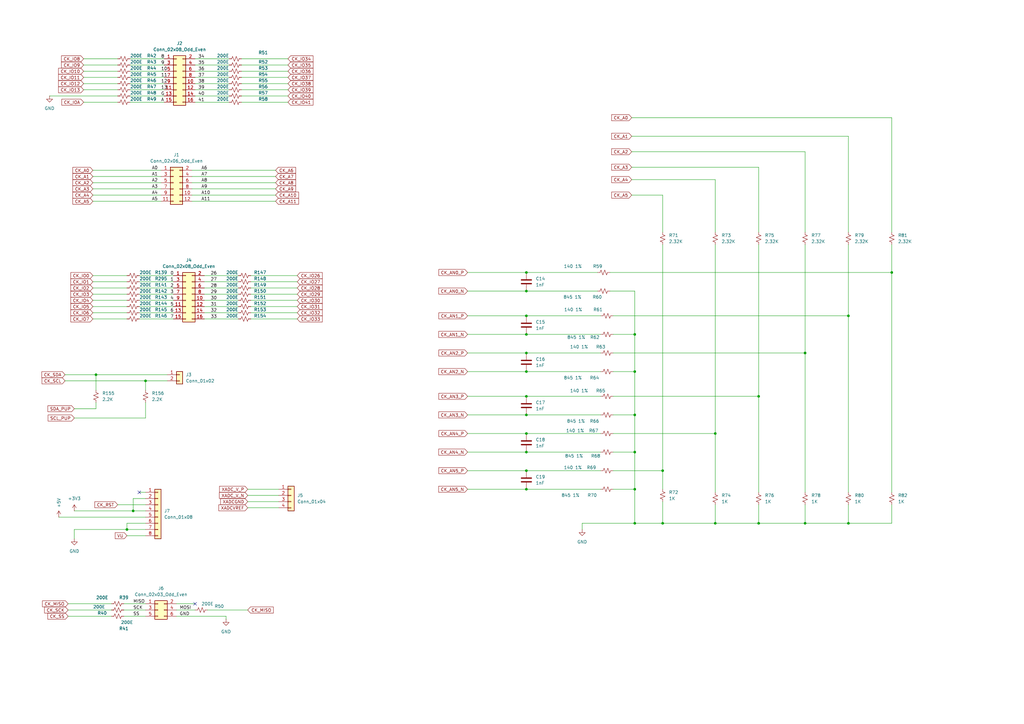
<source format=kicad_sch>
(kicad_sch (version 20250114) (generator "eeschema") (generator_version "9.0")
  (paper "A3")
  (lib_symbols
    (symbol "Connector_Generic:Conn_01x02" (pin_names (offset 1.016) (hide yes))
      (property "Reference" "J" (at 0 2.54 0))
      (property "Value" "Conn_01x02" (at 0 -5.08 0))
      (symbol "Conn_01x02_1_1"
        (pin passive line (at -5.08 0 0) (length 3.81) (name "Pin_1") (number "1"))
        (pin passive line (at -5.08 -2.54 0) (length 3.81) (name "Pin_2") (number "2"))
      )
    )
    (symbol "Connector_Generic:Conn_01x04" (pin_names (offset 1.016) (hide yes))
      (property "Reference" "J" (at 0 5.08 0))
      (property "Value" "Conn_01x04" (at 0 -7.62 0))
      (symbol "Conn_01x04_1_1"
        (pin passive line (at -5.08 2.54 0) (length 3.81) (name "Pin_1") (number "1"))
        (pin passive line (at -5.08 0 0) (length 3.81) (name "Pin_2") (number "2"))
        (pin passive line (at -5.08 -2.54 0) (length 3.81) (name "Pin_3") (number "3"))
        (pin passive line (at -5.08 -5.08 0) (length 3.81) (name "Pin_4") (number "4"))
      )
    )
    (symbol "Connector_Generic:Conn_01x08" (pin_names (offset 1.016) (hide yes))
      (property "Reference" "J" (at 0 10.16 0))
      (property "Value" "Conn_01x08" (at 0 -12.7 0))
      (symbol "Conn_01x08_1_1"
        (pin passive line (at -5.08 7.62 0) (length 3.81) (name "Pin_1") (number "1"))
        (pin passive line (at -5.08 5.08 0) (length 3.81) (name "Pin_2") (number "2"))
        (pin passive line (at -5.08 2.54 0) (length 3.81) (name "Pin_3") (number "3"))
        (pin passive line (at -5.08 0 0) (length 3.81) (name "Pin_4") (number "4"))
        (pin passive line (at -5.08 -2.54 0) (length 3.81) (name "Pin_5") (number "5"))
        (pin passive line (at -5.08 -5.08 0) (length 3.81) (name "Pin_6") (number "6"))
        (pin passive line (at -5.08 -7.62 0) (length 3.81) (name "Pin_7") (number "7"))
        (pin passive line (at -5.08 -10.16 0) (length 3.81) (name "Pin_8") (number "8"))
      )
    )
    (symbol "Connector_Generic:Conn_02x03_Odd_Even" (pin_names (offset 1.016) (hide yes))
      (property "Reference" "J" (at 1.27 5.08 0))
      (property "Value" "Conn_02x03_Odd_Even" (at 1.27 -5.08 0))
      (symbol "Conn_02x03_Odd_Even_1_1"
        (pin passive line (at -5.08 2.54 0) (length 3.81) (name "Pin_1") (number "1"))
        (pin passive line (at -5.08 0 0) (length 3.81) (name "Pin_3") (number "3"))
        (pin passive line (at -5.08 -2.54 0) (length 3.81) (name "Pin_5") (number "5"))
        (pin passive line (at 7.62 2.54 180) (length 3.81) (name "Pin_2") (number "2"))
        (pin passive line (at 7.62 0 180) (length 3.81) (name "Pin_4") (number "4"))
        (pin passive line (at 7.62 -2.54 180) (length 3.81) (name "Pin_6") (number "6"))
      )
    )
    (symbol "Connector_Generic:Conn_02x06_Odd_Even" (pin_names (offset 1.016) (hide yes))
      (property "Reference" "J" (at 1.27 7.62 0))
      (property "Value" "Conn_02x06_Odd_Even" (at 1.27 -10.16 0))
      (symbol "Conn_02x06_Odd_Even_1_1"
        (pin passive line (at -5.08 5.08 0) (length 3.81) (name "Pin_1") (number "1"))
        (pin passive line (at -5.08 2.54 0) (length 3.81) (name "Pin_3") (number "3"))
        (pin passive line (at -5.08 0 0) (length 3.81) (name "Pin_5") (number "5"))
        (pin passive line (at -5.08 -2.54 0) (length 3.81) (name "Pin_7") (number "7"))
        (pin passive line (at -5.08 -5.08 0) (length 3.81) (name "Pin_9") (number "9"))
        (pin passive line (at -5.08 -7.62 0) (length 3.81) (name "Pin_11") (number "11"))
        (pin passive line (at 7.62 5.08 180) (length 3.81) (name "Pin_2") (number "2"))
        (pin passive line (at 7.62 2.54 180) (length 3.81) (name "Pin_4") (number "4"))
        (pin passive line (at 7.62 0 180) (length 3.81) (name "Pin_6") (number "6"))
        (pin passive line (at 7.62 -2.54 180) (length 3.81) (name "Pin_8") (number "8"))
        (pin passive line (at 7.62 -5.08 180) (length 3.81) (name "Pin_10") (number "10"))
        (pin passive line (at 7.62 -7.62 180) (length 3.81) (name "Pin_12") (number "12"))
      )
    )
    (symbol "Connector_Generic:Conn_02x08_Odd_Even" (pin_names (offset 1.016) (hide yes))
      (property "Reference" "J" (at 1.27 10.16 0))
      (property "Value" "Conn_02x08_Odd_Even" (at 1.27 -12.7 0))
      (symbol "Conn_02x08_Odd_Even_1_1"
        (pin passive line (at -5.08 7.62 0) (length 3.81) (name "Pin_1") (number "1"))
        (pin passive line (at -5.08 5.08 0) (length 3.81) (name "Pin_3") (number "3"))
        (pin passive line (at -5.08 2.54 0) (length 3.81) (name "Pin_5") (number "5"))
        (pin passive line (at -5.08 0 0) (length 3.81) (name "Pin_7") (number "7"))
        (pin passive line (at -5.08 -2.54 0) (length 3.81) (name "Pin_9") (number "9"))
        (pin passive line (at -5.08 -5.08 0) (length 3.81) (name "Pin_11") (number "11"))
        (pin passive line (at -5.08 -7.62 0) (length 3.81) (name "Pin_13") (number "13"))
        (pin passive line (at -5.08 -10.16 0) (length 3.81) (name "Pin_15") (number "15"))
        (pin passive line (at 7.62 7.62 180) (length 3.81) (name "Pin_2") (number "2"))
        (pin passive line (at 7.62 5.08 180) (length 3.81) (name "Pin_4") (number "4"))
        (pin passive line (at 7.62 2.54 180) (length 3.81) (name "Pin_6") (number "6"))
        (pin passive line (at 7.62 0 180) (length 3.81) (name "Pin_8") (number "8"))
        (pin passive line (at 7.62 -2.54 180) (length 3.81) (name "Pin_10") (number "10"))
        (pin passive line (at 7.62 -5.08 180) (length 3.81) (name "Pin_12") (number "12"))
        (pin passive line (at 7.62 -7.62 180) (length 3.81) (name "Pin_14") (number "14"))
        (pin passive line (at 7.62 -10.16 180) (length 3.81) (name "Pin_16") (number "16"))
      )
    )
    (symbol "Device:C" (pin_numbers (hide yes)) (pin_names (offset 0.254))
      (property "Reference" "C" (at 0.635 2.54 0))
      (property "Value" "C" (at 0.635 -2.54 0))
      (symbol "C_1_1"
        (pin passive line (at 0 3.81 270) (length 2.794) (name "~") (number "1"))
        (pin passive line (at 0 -3.81 90) (length 2.794) (name "~") (number "2"))
      )
    )
    (symbol "Device:R_Small_US" (pin_numbers (hide yes)) (pin_names (offset 0.254) (hide yes))
      (property "Reference" "R" (at 0.762 0.508 0))
      (property "Value" "R_Small_US" (at 0.762 -1.016 0))
      (symbol "R_Small_US_1_1"
        (pin passive line (at 0 2.54 270) (length 1.016) (name "~") (number "1"))
        (pin passive line (at 0 -2.54 90) (length 1.016) (name "~") (number "2"))
      )
    )
    (symbol "GND_1" (power) (pin_numbers (hide yes)) (pin_names (offset 0) (hide yes))
      (property "Value" "GND" (at 0 -3.81 0))
      (symbol "GND_1_1_1"
        (pin power_in line (at 0 0 270) (length 0) (name "~") (number "1"))
      )
    )
    (symbol "power:+3V3" (power) (pin_numbers (hide yes)) (pin_names (offset 0) (hide yes))
      (property "Value" "+3V3" (at 0 3.556 0))
      (symbol "+3V3_1_1"
        (pin power_in line (at 0 0 90) (length 0) (name "~") (number "1"))
      )
    )
    (symbol "power:+5V" (power) (pin_numbers (hide yes)) (pin_names (offset 0) (hide yes))
      (property "Value" "+5V" (at 0 3.556 0))
      (symbol "+5V_1_1"
        (pin power_in line (at 0 0 90) (length 0) (name "~") (number "1"))
      )
    )
    (symbol "power:GND" (power) (pin_numbers (hide yes)) (pin_names (offset 0) (hide yes))
      (property "Value" "GND" (at 0 -3.81 0))
      (symbol "GND_1_1"
        (pin power_in line (at 0 0 270) (length 0) (name "~") (number "1"))
      )
    )
  )
  (junction (at 347.98 129.54))
  (junction (at 215.9 170.18))
  (junction (at 54.61 209.55))
  (junction (at 311.15 162.56))
  (junction (at 271.78 214.63))
  (junction (at 215.9 185.42))
  (junction (at 330.2 144.78))
  (junction (at 365.76 111.76))
  (junction (at 39.37 153.67))
  (junction (at 215.9 111.76))
  (junction (at 215.9 129.54))
  (junction (at 215.9 119.38))
  (junction (at 260.35 200.66))
  (junction (at 215.9 144.78))
  (junction (at 260.35 170.18))
  (junction (at 59.69 156.21))
  (junction (at 215.9 162.56))
  (junction (at 260.35 214.63))
  (junction (at 215.9 152.4))
  (junction (at 215.9 137.16))
  (junction (at 260.35 185.42))
  (junction (at 52.07 217.17))
  (junction (at 215.9 193.04))
  (junction (at 330.2 214.63))
  (junction (at 215.9 177.8))
  (junction (at 293.37 177.8))
  (junction (at 347.98 214.63))
  (junction (at 271.78 193.04))
  (junction (at 215.9 200.66))
  (junction (at 260.35 137.16))
  (junction (at 293.37 214.63))
  (junction (at 260.35 152.4))
  (junction (at 311.15 214.63))
  (no_connect (at 57.15 201.93))
  (no_connect (at 80.01 247.65))
  (wire (pts (xy 20.32 39.37) (xy 48.26 39.37)))
  (wire (pts (xy 259.08 73.66) (xy 293.37 73.66)))
  (wire (pts (xy 102.87 113.03) (xy 121.92 113.03)))
  (wire (pts (xy 57.15 113.03) (xy 71.12 113.03)))
  (wire (pts (xy 347.98 95.25) (xy 347.98 55.88)))
  (wire (pts (xy 52.07 219.71) (xy 59.69 219.71)))
  (wire (pts (xy 83.82 118.11) (xy 97.79 118.11)))
  (wire (pts (xy 38.1 77.47) (xy 66.04 77.47)))
  (wire (pts (xy 99.06 39.37) (xy 118.11 39.37)))
  (wire (pts (xy 250.19 119.38) (xy 260.35 119.38)))
  (wire (pts (xy 57.15 115.57) (xy 71.12 115.57)))
  (wire (pts (xy 238.76 214.63) (xy 238.76 217.17)))
  (wire (pts (xy 34.29 29.21) (xy 48.26 29.21)))
  (wire (pts (xy 34.29 24.13) (xy 48.26 24.13)))
  (wire (pts (xy 347.98 100.33) (xy 347.98 129.54)))
  (wire (pts (xy 271.78 95.25) (xy 271.78 80.01)))
  (wire (pts (xy 330.2 95.25) (xy 330.2 62.23)))
  (wire (pts (xy 27.94 247.65) (xy 45.72 247.65)))
  (wire (pts (xy 311.15 214.63) (xy 330.2 214.63)))
  (wire (pts (xy 83.82 113.03) (xy 97.79 113.03)))
  (wire (pts (xy 57.15 201.93) (xy 59.69 201.93)))
  (wire (pts (xy 39.37 165.1) (xy 39.37 167.64)))
  (wire (pts (xy 38.1 123.19) (xy 52.07 123.19)))
  (wire (pts (xy 38.1 82.55) (xy 66.04 82.55)))
  (wire (pts (xy 80.01 34.29) (xy 93.98 34.29)))
  (wire (pts (xy 101.6 200.66) (xy 114.3 200.66)))
  (wire (pts (xy 99.06 31.75) (xy 118.11 31.75)))
  (wire (pts (xy 83.82 130.81) (xy 97.79 130.81)))
  (wire (pts (xy 53.34 31.75) (xy 67.31 31.75)))
  (wire (pts (xy 59.69 156.21) (xy 68.58 156.21)))
  (wire (pts (xy 53.34 36.83) (xy 67.31 36.83)))
  (wire (pts (xy 59.69 214.63) (xy 52.07 214.63)))
  (wire (pts (xy 215.9 119.38) (xy 245.11 119.38)))
  (wire (pts (xy 191.77 129.54) (xy 215.9 129.54)))
  (wire (pts (xy 34.29 36.83) (xy 48.26 36.83)))
  (wire (pts (xy 54.61 209.55) (xy 59.69 209.55)))
  (wire (pts (xy 80.01 39.37) (xy 93.98 39.37)))
  (wire (pts (xy 99.06 36.83) (xy 118.11 36.83)))
  (wire (pts (xy 34.29 31.75) (xy 48.26 31.75)))
  (wire (pts (xy 330.2 214.63) (xy 347.98 214.63)))
  (wire (pts (xy 85.09 250.19) (xy 101.6 250.19)))
  (wire (pts (xy 53.34 34.29) (xy 67.31 34.29)))
  (wire (pts (xy 30.48 217.17) (xy 30.48 220.98)))
  (wire (pts (xy 92.71 254) (xy 92.71 252.73)))
  (wire (pts (xy 102.87 115.57) (xy 121.92 115.57)))
  (wire (pts (xy 347.98 207.01) (xy 347.98 214.63)))
  (wire (pts (xy 293.37 100.33) (xy 293.37 177.8)))
  (wire (pts (xy 53.34 39.37) (xy 67.31 39.37)))
  (wire (pts (xy 38.1 69.85) (xy 66.04 69.85)))
  (wire (pts (xy 30.48 167.64) (xy 39.37 167.64)))
  (wire (pts (xy 330.2 144.78) (xy 330.2 201.93)))
  (wire (pts (xy 271.78 100.33) (xy 271.78 193.04)))
  (wire (pts (xy 238.76 214.63) (xy 260.35 214.63)))
  (wire (pts (xy 101.6 203.2) (xy 114.3 203.2)))
  (wire (pts (xy 99.06 41.91) (xy 118.11 41.91)))
  (wire (pts (xy 27.94 250.19) (xy 45.72 250.19)))
  (wire (pts (xy 365.76 207.01) (xy 365.76 214.63)))
  (wire (pts (xy 78.74 74.93) (xy 113.03 74.93)))
  (wire (pts (xy 365.76 100.33) (xy 365.76 111.76)))
  (wire (pts (xy 260.35 200.66) (xy 260.35 214.63)))
  (wire (pts (xy 191.77 200.66) (xy 215.9 200.66)))
  (wire (pts (xy 34.29 34.29) (xy 48.26 34.29)))
  (wire (pts (xy 215.9 144.78) (xy 246.38 144.78)))
  (wire (pts (xy 26.67 153.67) (xy 39.37 153.67)))
  (wire (pts (xy 215.9 137.16) (xy 246.38 137.16)))
  (wire (pts (xy 24.13 212.09) (xy 59.69 212.09)))
  (wire (pts (xy 38.1 128.27) (xy 52.07 128.27)))
  (wire (pts (xy 251.46 185.42) (xy 260.35 185.42)))
  (wire (pts (xy 80.01 29.21) (xy 93.98 29.21)))
  (wire (pts (xy 260.35 119.38) (xy 260.35 137.16)))
  (wire (pts (xy 26.67 156.21) (xy 59.69 156.21)))
  (wire (pts (xy 251.46 137.16) (xy 260.35 137.16)))
  (wire (pts (xy 259.08 62.23) (xy 330.2 62.23)))
  (wire (pts (xy 57.15 120.65) (xy 71.12 120.65)))
  (wire (pts (xy 259.08 68.58) (xy 311.15 68.58)))
  (wire (pts (xy 271.78 205.74) (xy 271.78 214.63)))
  (wire (pts (xy 250.19 111.76) (xy 365.76 111.76)))
  (wire (pts (xy 191.77 137.16) (xy 215.9 137.16)))
  (wire (pts (xy 101.6 205.74) (xy 114.3 205.74)))
  (wire (pts (xy 191.77 193.04) (xy 215.9 193.04)))
  (wire (pts (xy 191.77 144.78) (xy 215.9 144.78)))
  (wire (pts (xy 191.77 152.4) (xy 215.9 152.4)))
  (wire (pts (xy 59.69 204.47) (xy 54.61 204.47)))
  (wire (pts (xy 191.77 162.56) (xy 215.9 162.56)))
  (wire (pts (xy 78.74 80.01) (xy 113.03 80.01)))
  (wire (pts (xy 260.35 152.4) (xy 260.35 170.18)))
  (wire (pts (xy 101.6 208.28) (xy 114.3 208.28)))
  (wire (pts (xy 251.46 200.66) (xy 260.35 200.66)))
  (wire (pts (xy 260.35 137.16) (xy 260.35 152.4)))
  (wire (pts (xy 251.46 152.4) (xy 260.35 152.4)))
  (wire (pts (xy 80.01 41.91) (xy 93.98 41.91)))
  (wire (pts (xy 271.78 193.04) (xy 271.78 200.66)))
  (wire (pts (xy 251.46 170.18) (xy 260.35 170.18)))
  (wire (pts (xy 215.9 162.56) (xy 246.38 162.56)))
  (wire (pts (xy 191.77 111.76) (xy 215.9 111.76)))
  (wire (pts (xy 102.87 123.19) (xy 121.92 123.19)))
  (wire (pts (xy 53.34 29.21) (xy 67.31 29.21)))
  (wire (pts (xy 260.35 170.18) (xy 260.35 185.42)))
  (wire (pts (xy 39.37 160.02) (xy 39.37 153.67)))
  (wire (pts (xy 311.15 162.56) (xy 311.15 201.93)))
  (wire (pts (xy 215.9 200.66) (xy 246.38 200.66)))
  (wire (pts (xy 57.15 130.81) (xy 71.12 130.81)))
  (wire (pts (xy 38.1 74.93) (xy 66.04 74.93)))
  (wire (pts (xy 27.94 252.73) (xy 45.72 252.73)))
  (wire (pts (xy 38.1 120.65) (xy 52.07 120.65)))
  (wire (pts (xy 102.87 130.81) (xy 121.92 130.81)))
  (wire (pts (xy 347.98 129.54) (xy 347.98 201.93)))
  (wire (pts (xy 311.15 95.25) (xy 311.15 68.58)))
  (wire (pts (xy 271.78 214.63) (xy 293.37 214.63)))
  (wire (pts (xy 215.9 129.54) (xy 246.38 129.54)))
  (wire (pts (xy 330.2 100.33) (xy 330.2 144.78)))
  (wire (pts (xy 215.9 170.18) (xy 246.38 170.18)))
  (wire (pts (xy 251.46 129.54) (xy 347.98 129.54)))
  (wire (pts (xy 191.77 170.18) (xy 215.9 170.18)))
  (wire (pts (xy 99.06 24.13) (xy 118.11 24.13)))
  (wire (pts (xy 99.06 34.29) (xy 118.11 34.29)))
  (wire (pts (xy 80.01 26.67) (xy 93.98 26.67)))
  (wire (pts (xy 38.1 115.57) (xy 52.07 115.57)))
  (wire (pts (xy 53.34 41.91) (xy 67.31 41.91)))
  (wire (pts (xy 311.15 100.33) (xy 311.15 162.56)))
  (wire (pts (xy 99.06 29.21) (xy 118.11 29.21)))
  (wire (pts (xy 293.37 95.25) (xy 293.37 73.66)))
  (wire (pts (xy 30.48 209.55) (xy 54.61 209.55)))
  (wire (pts (xy 102.87 118.11) (xy 121.92 118.11)))
  (wire (pts (xy 38.1 118.11) (xy 52.07 118.11)))
  (wire (pts (xy 59.69 217.17) (xy 52.07 217.17)))
  (wire (pts (xy 365.76 95.25) (xy 365.76 48.26)))
  (wire (pts (xy 102.87 125.73) (xy 121.92 125.73)))
  (wire (pts (xy 311.15 207.01) (xy 311.15 214.63)))
  (wire (pts (xy 57.15 123.19) (xy 71.12 123.19)))
  (wire (pts (xy 83.82 115.57) (xy 97.79 115.57)))
  (wire (pts (xy 78.74 77.47) (xy 113.03 77.47)))
  (wire (pts (xy 191.77 185.42) (xy 215.9 185.42)))
  (wire (pts (xy 293.37 214.63) (xy 311.15 214.63)))
  (wire (pts (xy 48.26 207.01) (xy 59.69 207.01)))
  (wire (pts (xy 215.9 177.8) (xy 246.38 177.8)))
  (wire (pts (xy 78.74 82.55) (xy 113.03 82.55)))
  (wire (pts (xy 260.35 185.42) (xy 260.35 200.66)))
  (wire (pts (xy 102.87 120.65) (xy 121.92 120.65)))
  (wire (pts (xy 83.82 125.73) (xy 97.79 125.73)))
  (wire (pts (xy 57.15 128.27) (xy 71.12 128.27)))
  (wire (pts (xy 59.69 165.1) (xy 59.69 171.45)))
  (wire (pts (xy 251.46 193.04) (xy 271.78 193.04)))
  (wire (pts (xy 34.29 41.91) (xy 48.26 41.91)))
  (wire (pts (xy 293.37 207.01) (xy 293.37 214.63)))
  (wire (pts (xy 34.29 26.67) (xy 48.26 26.67)))
  (wire (pts (xy 215.9 185.42) (xy 246.38 185.42)))
  (wire (pts (xy 191.77 177.8) (xy 215.9 177.8)))
  (wire (pts (xy 72.39 247.65) (xy 80.01 247.65)))
  (wire (pts (xy 260.35 214.63) (xy 271.78 214.63)))
  (wire (pts (xy 78.74 69.85) (xy 113.03 69.85)))
  (wire (pts (xy 52.07 217.17) (xy 30.48 217.17)))
  (wire (pts (xy 57.15 125.73) (xy 71.12 125.73)))
  (wire (pts (xy 59.69 156.21) (xy 59.69 160.02)))
  (wire (pts (xy 38.1 113.03) (xy 52.07 113.03)))
  (wire (pts (xy 38.1 130.81) (xy 52.07 130.81)))
  (wire (pts (xy 365.76 111.76) (xy 365.76 201.93)))
  (wire (pts (xy 53.34 24.13) (xy 67.31 24.13)))
  (wire (pts (xy 80.01 24.13) (xy 93.98 24.13)))
  (wire (pts (xy 293.37 177.8) (xy 293.37 201.93)))
  (wire (pts (xy 38.1 72.39) (xy 66.04 72.39)))
  (wire (pts (xy 251.46 162.56) (xy 311.15 162.56)))
  (wire (pts (xy 102.87 128.27) (xy 121.92 128.27)))
  (wire (pts (xy 39.37 153.67) (xy 68.58 153.67)))
  (wire (pts (xy 83.82 123.19) (xy 97.79 123.19)))
  (wire (pts (xy 30.48 171.45) (xy 59.69 171.45)))
  (wire (pts (xy 259.08 55.88) (xy 347.98 55.88)))
  (wire (pts (xy 259.08 80.01) (xy 271.78 80.01)))
  (wire (pts (xy 38.1 125.73) (xy 52.07 125.73)))
  (wire (pts (xy 83.82 128.27) (xy 97.79 128.27)))
  (wire (pts (xy 330.2 207.01) (xy 330.2 214.63)))
  (wire (pts (xy 57.15 118.11) (xy 71.12 118.11)))
  (wire (pts (xy 80.01 31.75) (xy 93.98 31.75)))
  (wire (pts (xy 50.8 250.19) (xy 59.69 250.19)))
  (wire (pts (xy 50.8 247.65) (xy 59.69 247.65)))
  (wire (pts (xy 72.39 252.73) (xy 92.71 252.73)))
  (wire (pts (xy 72.39 250.19) (xy 80.01 250.19)))
  (wire (pts (xy 259.08 48.26) (xy 365.76 48.26)))
  (wire (pts (xy 38.1 80.01) (xy 66.04 80.01)))
  (wire (pts (xy 191.77 119.38) (xy 215.9 119.38)))
  (wire (pts (xy 215.9 193.04) (xy 246.38 193.04)))
  (wire (pts (xy 99.06 26.67) (xy 118.11 26.67)))
  (wire (pts (xy 251.46 144.78) (xy 330.2 144.78)))
  (wire (pts (xy 50.8 252.73) (xy 59.69 252.73)))
  (wire (pts (xy 215.9 111.76) (xy 245.11 111.76)))
  (wire (pts (xy 83.82 120.65) (xy 97.79 120.65)))
  (wire (pts (xy 78.74 72.39) (xy 113.03 72.39)))
  (wire (pts (xy 53.34 26.67) (xy 67.31 26.67)))
  (wire (pts (xy 347.98 214.63) (xy 365.76 214.63)))
  (wire (pts (xy 54.61 204.47) (xy 54.61 209.55)))
  (wire (pts (xy 52.07 214.63) (xy 52.07 217.17)))
  (wire (pts (xy 80.01 36.83) (xy 93.98 36.83)))
  (wire (pts (xy 215.9 152.4) (xy 246.38 152.4)))
  (wire (pts (xy 251.46 177.8) (xy 293.37 177.8)))
  (label "A3" (at 62.23 77.47 0))
  (label "27" (at 86.36 115.57 0))
  (label "10" (at 66.04 29.21 0))
  (label "1" (at 69.85 115.57 0))
  (label "35" (at 81.28 26.67 0))
  (label "SCK" (at 54.61 250.19 0))
  (label "37" (at 81.28 31.75 0))
  (label "30" (at 86.36 123.19 0))
  (label "31" (at 86.36 125.73 0))
  (label "GND" (at 73.66 252.73 0))
  (label "8" (at 66.04 24.13 0))
  (label "A10" (at 82.55 80.01 0))
  (label "6" (at 69.85 128.27 0))
  (label "A6" (at 82.55 69.85 0))
  (label "A2" (at 62.23 74.93 0))
  (label "12" (at 66.04 34.29 0))
  (label "A0" (at 62.23 69.85 0))
  (label "34" (at 81.28 24.13 0))
  (label "2" (at 69.85 118.11 0))
  (label "A11" (at 82.55 82.55 0))
  (label "A7" (at 82.55 72.39 0))
  (label "G" (at 66.04 39.37 0))
  (label "32" (at 86.36 128.27 0))
  (label "A1" (at 62.23 72.39 0))
  (label "26" (at 86.36 113.03 0))
  (label "40" (at 81.28 39.37 0))
  (label "9" (at 66.04 26.67 0))
  (label "33" (at 86.36 130.81 0))
  (label "SS" (at 54.61 252.73 0))
  (label "39" (at 81.28 36.83 0))
  (label "0" (at 69.85 113.03 0))
  (label "A9" (at 82.55 77.47 0))
  (label "A5" (at 62.23 82.55 0))
  (label "11" (at 66.04 31.75 0))
  (label "38" (at 81.28 34.29 0))
  (label "A8" (at 82.55 74.93 0))
  (label "5" (at 69.85 125.73 0))
  (label "28" (at 86.36 118.11 0))
  (label "A" (at 66.04 41.91 0))
  (label "29" (at 86.36 120.65 0))
  (label "36" (at 81.28 29.21 0))
  (label "13" (at 66.04 36.83 0))
  (label "MISO" (at 54.61 247.65 0))
  (label "3" (at 69.85 120.65 0))
  (label "A4" (at 62.23 80.01 0))
  (label "7" (at 69.85 130.81 0))
  (label "MOSI" (at 73.66 250.19 0))
  (label "4" (at 69.85 123.19 0))
  (label "41" (at 81.28 41.91 0))
  (global_label "CK_A5" (shape input) (at 259.08 80.01 180) (property "Intersheetrefs" "${INTERSHEET_REFS}" (effects (hide yes))))
  (global_label "CK_IO13" (shape input) (at 34.29 36.83 180) (property "Intersheetrefs" "${INTERSHEET_REFS}" (effects (hide yes))))
  (global_label "CK_IO11" (shape input) (at 34.29 31.75 180) (property "Intersheetrefs" "${INTERSHEET_REFS}" (effects (hide yes))))
  (global_label "XADC_V_P" (shape input) (at 101.6 200.66 180) (property "Intersheetrefs" "${INTERSHEET_REFS}" (effects (hide yes))))
  (global_label "SDA_PUP" (shape input) (at 30.48 167.64 180) (property "Intersheetrefs" "${INTERSHEET_REFS}" (effects (hide yes))))
  (global_label "CK_IO36" (shape input) (at 118.11 29.21 0) (property "Intersheetrefs" "${INTERSHEET_REFS}" (effects (hide yes))))
  (global_label "CK_AN3_N" (shape input) (at 191.77 170.18 180) (property "Intersheetrefs" "${INTERSHEET_REFS}" (effects (hide yes))))
  (global_label "CK_A2" (shape input) (at 259.08 62.23 180) (property "Intersheetrefs" "${INTERSHEET_REFS}" (effects (hide yes))))
  (global_label "CK_IO26" (shape input) (at 121.92 113.03 0) (property "Intersheetrefs" "${INTERSHEET_REFS}" (effects (hide yes))))
  (global_label "CK_AN5_N" (shape input) (at 191.77 200.66 180) (property "Intersheetrefs" "${INTERSHEET_REFS}" (effects (hide yes))))
  (global_label "CK_A0" (shape input) (at 38.1 69.85 180) (property "Intersheetrefs" "${INTERSHEET_REFS}" (effects (hide yes))))
  (global_label "CK_A4" (shape input) (at 38.1 80.01 180) (property "Intersheetrefs" "${INTERSHEET_REFS}" (effects (hide yes))))
  (global_label "CK_AN1_N" (shape input) (at 191.77 137.16 180) (property "Intersheetrefs" "${INTERSHEET_REFS}" (effects (hide yes))))
  (global_label "XADC_V_N" (shape input) (at 101.6 203.2 180) (property "Intersheetrefs" "${INTERSHEET_REFS}" (effects (hide yes))))
  (global_label "CK_A1" (shape input) (at 38.1 72.39 180) (property "Intersheetrefs" "${INTERSHEET_REFS}" (effects (hide yes))))
  (global_label "CK_IO9" (shape input) (at 34.29 26.67 180) (property "Intersheetrefs" "${INTERSHEET_REFS}" (effects (hide yes))))
  (global_label "CK_AN5_P" (shape input) (at 191.77 193.04 180) (property "Intersheetrefs" "${INTERSHEET_REFS}" (effects (hide yes))))
  (global_label "CK_IO31" (shape input) (at 121.92 125.73 0) (property "Intersheetrefs" "${INTERSHEET_REFS}" (effects (hide yes))))
  (global_label "CK_IO28" (shape input) (at 121.92 118.11 0) (property "Intersheetrefs" "${INTERSHEET_REFS}" (effects (hide yes))))
  (global_label "CK_IO29" (shape input) (at 121.92 120.65 0) (property "Intersheetrefs" "${INTERSHEET_REFS}" (effects (hide yes))))
  (global_label "CK_A6" (shape input) (at 113.03 69.85 0) (property "Intersheetrefs" "${INTERSHEET_REFS}" (effects (hide yes))))
  (global_label "CK_IO8" (shape input) (at 34.29 24.13 180) (property "Intersheetrefs" "${INTERSHEET_REFS}" (effects (hide yes))))
  (global_label "CK_SS" (shape input) (at 27.94 252.73 180) (property "Intersheetrefs" "${INTERSHEET_REFS}" (effects (hide yes))))
  (global_label "CK_A4" (shape input) (at 259.08 73.66 180) (property "Intersheetrefs" "${INTERSHEET_REFS}" (effects (hide yes))))
  (global_label "XADCVREF" (shape input) (at 101.6 208.28 180) (property "Intersheetrefs" "${INTERSHEET_REFS}" (effects (hide yes))))
  (global_label "CK_A5" (shape input) (at 38.1 82.55 180) (property "Intersheetrefs" "${INTERSHEET_REFS}" (effects (hide yes))))
  (global_label "CK_A10" (shape input) (at 113.03 80.01 0) (property "Intersheetrefs" "${INTERSHEET_REFS}" (effects (hide yes))))
  (global_label "CK_IO30" (shape input) (at 121.92 123.19 0) (property "Intersheetrefs" "${INTERSHEET_REFS}" (effects (hide yes))))
  (global_label "CK_IO1" (shape input) (at 38.1 115.57 180) (property "Intersheetrefs" "${INTERSHEET_REFS}" (effects (hide yes))))
  (global_label "CK_AN2_P" (shape input) (at 191.77 144.78 180) (property "Intersheetrefs" "${INTERSHEET_REFS}" (effects (hide yes))))
  (global_label "CK_IO6" (shape input) (at 38.1 128.27 180) (property "Intersheetrefs" "${INTERSHEET_REFS}" (effects (hide yes))))
  (global_label "CK_RST" (shape input) (at 48.26 207.01 180) (property "Intersheetrefs" "${INTERSHEET_REFS}" (effects (hide yes))))
  (global_label "CK_IO2" (shape input) (at 38.1 118.11 180) (property "Intersheetrefs" "${INTERSHEET_REFS}" (effects (hide yes))))
  (global_label "CK_A3" (shape input) (at 259.08 68.58 180) (property "Intersheetrefs" "${INTERSHEET_REFS}" (effects (hide yes))))
  (global_label "CK_IO35" (shape input) (at 118.11 26.67 0) (property "Intersheetrefs" "${INTERSHEET_REFS}" (effects (hide yes))))
  (global_label "CK_AN0_P" (shape input) (at 191.77 111.76 180) (property "Intersheetrefs" "${INTERSHEET_REFS}" (effects (hide yes))))
  (global_label "CK_A7" (shape input) (at 113.03 72.39 0) (property "Intersheetrefs" "${INTERSHEET_REFS}" (effects (hide yes))))
  (global_label "CK_IO39" (shape input) (at 118.11 36.83 0) (property "Intersheetrefs" "${INTERSHEET_REFS}" (effects (hide yes))))
  (global_label "CK_IO27" (shape input) (at 121.92 115.57 0) (property "Intersheetrefs" "${INTERSHEET_REFS}" (effects (hide yes))))
  (global_label "CK_IO4" (shape input) (at 38.1 123.19 180) (property "Intersheetrefs" "${INTERSHEET_REFS}" (effects (hide yes))))
  (global_label "CK_A8" (shape input) (at 113.03 74.93 0) (property "Intersheetrefs" "${INTERSHEET_REFS}" (effects (hide yes))))
  (global_label "CK_A9" (shape input) (at 113.03 77.47 0) (property "Intersheetrefs" "${INTERSHEET_REFS}" (effects (hide yes))))
  (global_label "CK_SDA" (shape input) (at 26.67 153.67 180) (property "Intersheetrefs" "${INTERSHEET_REFS}" (effects (hide yes))))
  (global_label "CK_SCK" (shape input) (at 27.94 250.19 180) (property "Intersheetrefs" "${INTERSHEET_REFS}" (effects (hide yes))))
  (global_label "SCL_PUP" (shape input) (at 30.48 171.45 180) (property "Intersheetrefs" "${INTERSHEET_REFS}" (effects (hide yes))))
  (global_label "CK_IO40" (shape input) (at 118.11 39.37 0) (property "Intersheetrefs" "${INTERSHEET_REFS}" (effects (hide yes))))
  (global_label "CK_IO33" (shape input) (at 121.92 130.81 0) (property "Intersheetrefs" "${INTERSHEET_REFS}" (effects (hide yes))))
  (global_label "CK_IO32" (shape input) (at 121.92 128.27 0) (property "Intersheetrefs" "${INTERSHEET_REFS}" (effects (hide yes))))
  (global_label "CK_A2" (shape input) (at 38.1 74.93 180) (property "Intersheetrefs" "${INTERSHEET_REFS}" (effects (hide yes))))
  (global_label "CK_AN1_P" (shape input) (at 191.77 129.54 180) (property "Intersheetrefs" "${INTERSHEET_REFS}" (effects (hide yes))))
  (global_label "CK_AN2_N" (shape input) (at 191.77 152.4 180) (property "Intersheetrefs" "${INTERSHEET_REFS}" (effects (hide yes))))
  (global_label "CK_IO41" (shape input) (at 118.11 41.91 0) (property "Intersheetrefs" "${INTERSHEET_REFS}" (effects (hide yes))))
  (global_label "CK_SCL" (shape input) (at 26.67 156.21 180) (property "Intersheetrefs" "${INTERSHEET_REFS}" (effects (hide yes))))
  (global_label "CK_AN4_N" (shape input) (at 191.77 185.42 180) (property "Intersheetrefs" "${INTERSHEET_REFS}" (effects (hide yes))))
  (global_label "CK_A0" (shape input) (at 259.08 48.26 180) (property "Intersheetrefs" "${INTERSHEET_REFS}" (effects (hide yes))))
  (global_label "VU" (shape input) (at 52.07 219.71 180) (property "Intersheetrefs" "${INTERSHEET_REFS}" (effects (hide yes))))
  (global_label "CK_A11" (shape input) (at 113.03 82.55 0) (property "Intersheetrefs" "${INTERSHEET_REFS}" (effects (hide yes))))
  (global_label "CK_MISO" (shape input) (at 101.6 250.19 0) (property "Intersheetrefs" "${INTERSHEET_REFS}" (effects (hide yes))))
  (global_label "CK_IO7" (shape input) (at 38.1 130.81 180) (property "Intersheetrefs" "${INTERSHEET_REFS}" (effects (hide yes))))
  (global_label "CK_A3" (shape input) (at 38.1 77.47 180) (property "Intersheetrefs" "${INTERSHEET_REFS}" (effects (hide yes))))
  (global_label "CK_A1" (shape input) (at 259.08 55.88 180) (property "Intersheetrefs" "${INTERSHEET_REFS}" (effects (hide yes))))
  (global_label "CK_IO12" (shape input) (at 34.29 34.29 180) (property "Intersheetrefs" "${INTERSHEET_REFS}" (effects (hide yes))))
  (global_label "CK_IO10" (shape input) (at 34.29 29.21 180) (property "Intersheetrefs" "${INTERSHEET_REFS}" (effects (hide yes))))
  (global_label "CK_AN4_P" (shape input) (at 191.77 177.8 180) (property "Intersheetrefs" "${INTERSHEET_REFS}" (effects (hide yes))))
  (global_label "CK_AN0_N" (shape input) (at 191.77 119.38 180) (property "Intersheetrefs" "${INTERSHEET_REFS}" (effects (hide yes))))
  (global_label "CK_IO0" (shape input) (at 38.1 113.03 180) (property "Intersheetrefs" "${INTERSHEET_REFS}" (effects (hide yes))))
  (global_label "CK_IO5" (shape input) (at 38.1 125.73 180) (property "Intersheetrefs" "${INTERSHEET_REFS}" (effects (hide yes))))
  (global_label "XADCGND" (shape input) (at 101.6 205.74 180) (property "Intersheetrefs" "${INTERSHEET_REFS}" (effects (hide yes))))
  (global_label "CK_AN3_P" (shape input) (at 191.77 162.56 180) (property "Intersheetrefs" "${INTERSHEET_REFS}" (effects (hide yes))))
  (global_label "CK_IO37" (shape input) (at 118.11 31.75 0) (property "Intersheetrefs" "${INTERSHEET_REFS}" (effects (hide yes))))
  (global_label "CK_IO3" (shape input) (at 38.1 120.65 180) (property "Intersheetrefs" "${INTERSHEET_REFS}" (effects (hide yes))))
  (global_label "CK_IO34" (shape input) (at 118.11 24.13 0) (property "Intersheetrefs" "${INTERSHEET_REFS}" (effects (hide yes))))
  (global_label "CK_MISO" (shape input) (at 27.94 247.65 180) (property "Intersheetrefs" "${INTERSHEET_REFS}" (effects (hide yes))))
  (global_label "CK_IO38" (shape input) (at 118.11 34.29 0) (property "Intersheetrefs" "${INTERSHEET_REFS}" (effects (hide yes))))
  (global_label "CK_IOA" (shape input) (at 34.29 41.91 180) (property "Intersheetrefs" "${INTERSHEET_REFS}" (effects (hide yes))))
  (symbol (lib_id "Device:R_Small_US") (at 330.2 97.79 0) (unit 1)
    (property "Reference" "R77" (at 332.74 96.5199 0) (effects (justify left)))
    (property "Value" "2.32K" (at 332.74 99.0599 0) (effects (justify left)))
    (property "Footprint" "Resistor_SMD:R_0402_1005Metric" (effects (hide yes)))
  )
  (symbol (lib_id "Device:R_Small_US") (at 248.92 177.8 90) (unit 1)
    (property "Reference" "R67" (at 243.4857 176.6206 90))
    (property "Value" "140 1%" (at 235.8657 176.6206 90))
    (property "Footprint" "Resistor_SMD:R_0402_1005Metric" (effects (hide yes)))
  )
  (symbol (lib_id "Connector_Generic:Conn_02x08_Odd_Even") (at 72.39 31.75 0) (unit 1)
    (property "Reference" "J2" (at 73.66 17.78 0))
    (property "Value" "Conn_02x08_Odd_Even" (at 73.66 20.32 0))
    (property "Footprint" "Connector_PinSocket_2.54mm:PinSocket_2x08_P2.54mm_Vertical" (effects (hide yes)))
    (property "Description" "Generic connector, double row, 02x08, odd/even pin numbering scheme (row 1 odd numbers, row 2 even numbers), script generated (kicad-library-utils/schlib/autogen/connector/)" (effects (hide yes)))
  )
  (symbol (lib_id "Device:C") (at 215.9 166.37 0) (unit 1)
    (property "Reference" "C17" (at 219.71 165.0999 0) (effects (justify left)))
    (property "Value" "1nF" (at 219.71 167.6399 0) (effects (justify left)))
    (property "Footprint" "Capacitor_SMD:C_0805_2012Metric" (effects (hide yes)))
  )
  (symbol (lib_id "Device:R_Small_US") (at 54.61 128.27 90) (unit 1)
    (property "Reference" "R145" (at 66.04 127 90))
    (property "Value" "200E" (at 59.69 129.54 90))
    (property "Footprint" "Resistor_SMD:R_0402_1005Metric" (effects (hide yes)))
  )
  (symbol (lib_id "Device:R_Small_US") (at 100.33 125.73 90) (unit 1)
    (property "Reference" "R152" (at 106.68 124.46 90))
    (property "Value" "200E" (at 95.25 124.46 90))
    (property "Footprint" "Resistor_SMD:R_0402_1005Metric" (effects (hide yes)))
  )
  (symbol (lib_id "power:+3V3") (at 30.48 209.55 0) (unit 1)
    (property "Reference" "#PWR046" (effects (hide yes)))
    (property "Value" "+3V3" (at 30.48 204.47 0))
    (property "Description" "Power symbol creates a global label with name \"+3V3\"" (effects (hide yes)))
  )
  (symbol (lib_id "Device:R_Small_US") (at 50.8 31.75 90) (unit 1)
    (property "Reference" "R45" (at 62.23 30.48 90))
    (property "Value" "200E" (at 55.88 30.48 90))
    (property "Footprint" "Resistor_SMD:R_0402_1005Metric" (effects (hide yes)))
  )
  (symbol (lib_id "Device:R_Small_US") (at 54.61 125.73 90) (unit 1)
    (property "Reference" "R144" (at 66.04 124.46 90))
    (property "Value" "200E" (at 59.69 124.46 90))
    (property "Footprint" "Resistor_SMD:R_0402_1005Metric" (effects (hide yes)))
  )
  (symbol (lib_id "power:GND") (at 92.71 254 0) (unit 1)
    (property "Reference" "#PWR0102" (effects (hide yes)))
    (property "Value" "GND" (at 92.71 259.08 0))
    (property "Description" "Power symbol creates a global label with name \"GND\" , ground" (effects (hide yes)))
  )
  (symbol (lib_id "Device:R_Small_US") (at 96.52 41.91 90) (unit 1)
    (property "Reference" "R58" (at 107.95 40.64 90))
    (property "Value" "200E" (at 91.44 40.64 90))
    (property "Footprint" "Resistor_SMD:R_0402_1005Metric" (effects (hide yes)))
  )
  (symbol (lib_id "Device:R_Small_US") (at 248.92 162.56 90) (unit 1)
    (property "Reference" "R65" (at 246.371 160.2422 90))
    (property "Value" "140 1%" (at 237.481 160.2422 90))
    (property "Footprint" "Resistor_SMD:R_0402_1005Metric" (effects (hide yes)))
  )
  (symbol (lib_id "Device:R_Small_US") (at 293.37 204.47 0) (unit 1)
    (property "Reference" "R74" (at 295.91 203.1999 0) (effects (justify left)))
    (property "Value" "1K" (at 295.91 205.7399 0) (effects (justify left)))
    (property "Footprint" "Resistor_SMD:R_0402_1005Metric" (effects (hide yes)))
  )
  (symbol (lib_id "Device:C") (at 215.9 148.59 0) (unit 1)
    (property "Reference" "C16" (at 219.71 147.3199 0) (effects (justify left)))
    (property "Value" "1nF" (at 219.71 149.8599 0) (effects (justify left)))
    (property "Footprint" "Capacitor_SMD:C_0805_2012Metric" (effects (hide yes)))
  )
  (symbol (lib_id "Device:R_Small_US") (at 347.98 204.47 0) (unit 1)
    (property "Reference" "R80" (at 350.52 203.1999 0) (effects (justify left)))
    (property "Value" "1K" (at 350.52 205.7399 0) (effects (justify left)))
    (property "Footprint" "Resistor_SMD:R_0402_1005Metric" (effects (hide yes)))
  )
  (symbol (lib_id "Connector_Generic:Conn_02x06_Odd_Even") (at 71.12 74.93 0) (unit 1)
    (property "Reference" "J1" (at 72.39 63.5 0))
    (property "Value" "Conn_02x06_Odd_Even" (at 72.39 66.04 0))
    (property "Footprint" "Connector_PinSocket_2.54mm:PinSocket_2x06_P2.54mm_Vertical" (effects (hide yes)))
    (property "Description" "Generic connector, double row, 02x06, odd/even pin numbering scheme (row 1 odd numbers, row 2 even numbers), script generated (kicad-library-utils/schlib/autogen/connector/)" (effects (hide yes)))
  )
  (symbol (lib_id "Device:R_Small_US") (at 50.8 39.37 90) (unit 1)
    (property "Reference" "R48" (at 62.23 38.1 90))
    (property "Value" "200E" (at 55.88 38.1 90))
    (property "Footprint" "Resistor_SMD:R_0402_1005Metric" (effects (hide yes)))
  )
  (symbol (lib_id "Device:R_Small_US") (at 50.8 41.91 90) (unit 1)
    (property "Reference" "R49" (at 62.23 40.64 90))
    (property "Value" "200E" (at 55.88 40.64 90))
    (property "Footprint" "Resistor_SMD:R_0402_1005Metric" (effects (hide yes)))
  )
  (symbol (lib_id "Device:R_Small_US") (at 248.92 144.78 90) (unit 1)
    (property "Reference" "R63" (at 246.38 142.24 90))
    (property "Value" "140 1%" (at 237.49 142.24 90))
    (property "Footprint" "Resistor_SMD:R_0402_1005Metric" (effects (hide yes)))
  )
  (symbol (lib_id "Device:R_Small_US") (at 59.69 162.56 0) (unit 1)
    (property "Reference" "R156" (at 62.23 161.2899 0) (effects (justify left)))
    (property "Value" "2.2K" (at 62.23 163.8299 0) (effects (justify left)))
    (property "Footprint" "Resistor_SMD:R_0402_1005Metric" (effects (hide yes)))
  )
  (symbol (lib_id "Device:R_Small_US") (at 54.61 123.19 90) (unit 1)
    (property "Reference" "R143" (at 66.04 121.92 90))
    (property "Value" "200E" (at 59.69 119.38 90))
    (property "Footprint" "Resistor_SMD:R_0402_1005Metric" (effects (hide yes)))
  )
  (symbol (lib_id "Device:R_Small_US") (at 248.92 129.54 90) (unit 1)
    (property "Reference" "R61" (at 245.2411 126.9867 90))
    (property "Value" "140 1%" (at 235.0811 126.9867 90))
    (property "Footprint" "Resistor_SMD:R_0402_1005Metric" (effects (hide yes)))
  )
  (symbol (lib_id "Device:R_Small_US") (at 54.61 113.03 90) (unit 1)
    (property "Reference" "R139" (at 66.04 111.76 90))
    (property "Value" "200E" (at 59.69 111.76 90))
    (property "Footprint" "Resistor_SMD:R_0402_1005Metric" (effects (hide yes)))
  )
  (symbol (lib_id "Device:R_Small_US") (at 311.15 204.47 0) (unit 1)
    (property "Reference" "R76" (at 313.69 203.1999 0) (effects (justify left)))
    (property "Value" "1K" (at 313.69 205.7399 0) (effects (justify left)))
    (property "Footprint" "Resistor_SMD:R_0402_1005Metric" (effects (hide yes)))
  )
  (symbol (lib_id "Device:R_Small_US") (at 248.92 170.18 90) (unit 1)
    (property "Reference" "R66" (at 243.84 172.72 90))
    (property "Value" "845 1%" (at 236.22 172.72 90))
    (property "Footprint" "Resistor_SMD:R_0402_1005Metric" (effects (hide yes)))
  )
  (symbol (lib_id "Device:R_Small_US") (at 96.52 26.67 90) (unit 1)
    (property "Reference" "R52" (at 107.95 25.4 90))
    (property "Value" "200E" (at 91.44 25.4 90))
    (property "Footprint" "Resistor_SMD:R_0402_1005Metric" (effects (hide yes)))
  )
  (symbol (lib_id "Device:R_Small_US") (at 248.92 193.04 90) (unit 1)
    (property "Reference" "R69" (at 242.57 191.77 90))
    (property "Value" "140 1%" (at 234.95 191.77 90))
    (property "Footprint" "Resistor_SMD:R_0402_1005Metric" (effects (hide yes)))
  )
  (symbol (lib_id "Device:R_Small_US") (at 96.52 29.21 90) (unit 1)
    (property "Reference" "R53" (at 107.95 27.94 90))
    (property "Value" "200E" (at 91.44 27.94 90))
    (property "Footprint" "Resistor_SMD:R_0402_1005Metric" (effects (hide yes)))
  )
  (symbol (lib_id "Device:R_Small_US") (at 271.78 203.2 0) (unit 1)
    (property "Reference" "R72" (at 274.32 201.9299 0) (effects (justify left)))
    (property "Value" "1K" (at 274.32 204.4699 0) (effects (justify left)))
    (property "Footprint" "Resistor_SMD:R_0402_1005Metric" (effects (hide yes)))
  )
  (symbol (lib_id "Device:R_Small_US") (at 100.33 128.27 90) (unit 1)
    (property "Reference" "R153" (at 106.68 127 90))
    (property "Value" "200E" (at 95.25 129.54 90))
    (property "Footprint" "Resistor_SMD:R_0402_1005Metric" (effects (hide yes)))
  )
  (symbol (lib_id "Device:R_Small_US") (at 248.92 185.42 90) (unit 1)
    (property "Reference" "R68" (at 244.3263 187.0031 90))
    (property "Value" "845 1%" (at 235.4363 187.0031 90))
    (property "Footprint" "Resistor_SMD:R_0402_1005Metric" (effects (hide yes)))
  )
  (symbol (lib_id "Device:R_Small_US") (at 247.65 119.38 90) (unit 1)
    (property "Reference" "R60" (at 244.9518 121.8343 90))
    (property "Value" "845 1%" (at 234.7918 121.8343 90))
    (property "Footprint" "Resistor_SMD:R_0402_1005Metric" (effects (hide yes)))
  )
  (symbol (lib_id "Device:C") (at 215.9 115.57 0) (unit 1)
    (property "Reference" "C14" (at 219.71 114.2999 0) (effects (justify left)))
    (property "Value" "1nF" (at 219.71 116.8399 0) (effects (justify left)))
    (property "Footprint" "Capacitor_SMD:C_0805_2012Metric" (effects (hide yes)))
  )
  (symbol (lib_id "Connector_Generic:Conn_01x02") (at 73.66 153.67 0) (unit 1)
    (property "Reference" "J3" (at 76.2 153.6699 0) (effects (justify left)))
    (property "Value" "Conn_01x02" (at 76.2 156.2099 0) (effects (justify left)))
    (property "Footprint" "Connector_PinSocket_2.54mm:PinSocket_2x01_P2.54mm_Vertical" (effects (hide yes)))
  )
  (symbol (lib_name "GND_1") (lib_id "power:GND") (at 20.32 39.37 0) (unit 1)
    (property "Reference" "#PWR0312" (effects (hide yes)))
    (property "Value" "GND" (at 20.32 44.45 0))
    (property "Description" "Power symbol creates a global label with name \"GND\" , ground" (effects (hide yes)))
  )
  (symbol (lib_id "Connector_Generic:Conn_01x08") (at 64.77 209.55 0) (unit 1)
    (property "Reference" "J7" (at 67.31 209.5499 0) (effects (justify left)))
    (property "Value" "Conn_01x08" (at 67.31 212.0899 0) (effects (justify left)))
    (property "Footprint" "Connector_PinSocket_2.54mm:PinSocket_1x08_P2.54mm_Vertical" (effects (hide yes)))
    (property "Description" "Generic connector, single row, 01x08, script generated (kicad-library-utils/schlib/autogen/connector/)" (effects (hide yes)))
  )
  (symbol (lib_id "Connector_Generic:Conn_01x04") (at 119.38 203.2 0) (unit 1)
    (property "Reference" "J5" (at 121.92 203.1999 0) (effects (justify left)))
    (property "Value" "Conn_01x04" (at 121.92 205.7399 0) (effects (justify left)))
    (property "Footprint" "Connector_PinSocket_2.54mm:PinSocket_1x04_P2.54mm_Vertical" (effects (hide yes)))
    (property "Description" "Generic connector, single row, 01x04, script generated (kicad-library-utils/schlib/autogen/connector/)" (effects (hide yes)))
  )
  (symbol (lib_id "Device:R_Small_US") (at 39.37 162.56 0) (unit 1)
    (property "Reference" "R155" (at 41.91 161.2899 0) (effects (justify left)))
    (property "Value" "2.2K" (at 41.91 163.8299 0) (effects (justify left)))
    (property "Footprint" "Resistor_SMD:R_0402_1005Metric" (effects (hide yes)))
  )
  (symbol (lib_id "Device:R_Small_US") (at 248.92 200.66 90) (unit 1)
    (property "Reference" "R70" (at 242.8882 203.1174 90))
    (property "Value" "845 1%" (at 233.9982 203.1174 90))
    (property "Footprint" "Resistor_SMD:R_0402_1005Metric" (effects (hide yes)))
  )
  (symbol (lib_id "Device:R_Small_US") (at 100.33 120.65 90) (unit 1)
    (property "Reference" "R150" (at 106.68 119.38 90))
    (property "Value" "200E" (at 95.25 119.38 90))
    (property "Footprint" "Resistor_SMD:R_0402_1005Metric" (effects (hide yes)))
  )
  (symbol (lib_id "Device:R_Small_US") (at 100.33 113.03 90) (unit 1)
    (property "Reference" "R147" (at 106.68 111.76 90))
    (property "Value" "200E" (at 95.25 111.76 90))
    (property "Footprint" "Resistor_SMD:R_0402_1005Metric" (effects (hide yes)))
  )
  (symbol (lib_id "Device:R_Small_US") (at 48.26 250.19 90) (unit 1)
    (property "Reference" "R40" (at 41.91 251.46 90))
    (property "Value" "200E" (at 40.64 248.92 90))
    (property "Footprint" "Resistor_SMD:R_0402_1005Metric" (effects (hide yes)))
  )
  (symbol (lib_id "Device:R_Small_US") (at 54.61 118.11 90) (unit 1)
    (property "Reference" "R141" (at 66.04 116.84 90))
    (property "Value" "200E" (at 59.69 121.92 90))
    (property "Footprint" "Resistor_SMD:R_0402_1005Metric" (effects (hide yes)))
  )
  (symbol (lib_id "Device:R_Small_US") (at 96.52 34.29 90) (unit 1)
    (property "Reference" "R55" (at 107.95 33.02 90))
    (property "Value" "200E" (at 91.44 33.02 90))
    (property "Footprint" "Resistor_SMD:R_0402_1005Metric" (effects (hide yes)))
  )
  (symbol (lib_id "Device:R_Small_US") (at 96.52 39.37 90) (unit 1)
    (property "Reference" "R57" (at 107.95 38.1 90))
    (property "Value" "200E" (at 91.44 38.1 90))
    (property "Footprint" "Resistor_SMD:R_0402_1005Metric" (effects (hide yes)))
  )
  (symbol (lib_id "Device:R_Small_US") (at 54.61 115.57 90) (unit 1)
    (property "Reference" "R295" (at 66.04 114.3 90))
    (property "Value" "200E" (at 59.69 114.3 90))
    (property "Footprint" "Resistor_SMD:R_0402_1005Metric" (effects (hide yes)))
  )
  (symbol (lib_id "Device:R_Small_US") (at 100.33 130.81 90) (unit 1)
    (property "Reference" "R154" (at 106.68 129.54 90))
    (property "Value" "200E" (at 95.25 127 90))
    (property "Footprint" "Resistor_SMD:R_0402_1005Metric" (effects (hide yes)))
  )
  (symbol (lib_id "Device:C") (at 215.9 181.61 0) (unit 1)
    (property "Reference" "C18" (at 219.71 180.3399 0) (effects (justify left)))
    (property "Value" "1nF" (at 219.71 182.8799 0) (effects (justify left)))
    (property "Footprint" "Capacitor_SMD:C_0805_2012Metric" (effects (hide yes)))
  )
  (symbol (lib_id "Device:R_Small_US") (at 50.8 24.13 90) (unit 1)
    (property "Reference" "R42" (at 62.23 22.86 90))
    (property "Value" "200E" (at 55.88 22.86 90))
    (property "Footprint" "Resistor_SMD:R_0402_1005Metric" (effects (hide yes)))
  )
  (symbol (lib_id "Device:R_Small_US") (at 365.76 97.79 0) (unit 1)
    (property "Reference" "R81" (at 368.3 96.5199 0) (effects (justify left)))
    (property "Value" "2.32K" (at 368.3 99.0599 0) (effects (justify left)))
    (property "Footprint" "Resistor_SMD:R_0402_1005Metric" (effects (hide yes)))
  )
  (symbol (lib_id "Device:R_Small_US") (at 271.78 97.79 0) (unit 1)
    (property "Reference" "R71" (at 274.32 96.5199 0) (effects (justify left)))
    (property "Value" "2.32K" (at 274.32 99.0599 0) (effects (justify left)))
    (property "Footprint" "Resistor_SMD:R_0402_1005Metric" (effects (hide yes)))
  )
  (symbol (lib_id "Device:R_Small_US") (at 48.26 247.65 90) (unit 1)
    (property "Reference" "R39" (at 50.8 245.11 90))
    (property "Value" "200E" (at 41.91 245.11 90))
    (property "Footprint" "Resistor_SMD:R_0402_1005Metric" (effects (hide yes)))
  )
  (symbol (lib_id "Device:R_Small_US") (at 54.61 120.65 90) (unit 1)
    (property "Reference" "R142" (at 66.04 119.38 90))
    (property "Value" "200E" (at 59.69 116.84 90))
    (property "Footprint" "Resistor_SMD:R_0402_1005Metric" (effects (hide yes)))
  )
  (symbol (lib_name "GND_1") (lib_id "power:GND") (at 30.48 220.98 0) (unit 1)
    (property "Reference" "#PWR047" (effects (hide yes)))
    (property "Value" "GND" (at 30.48 226.06 0))
    (property "Description" "Power symbol creates a global label with name \"GND\" , ground" (effects (hide yes)))
  )
  (symbol (lib_id "Device:R_Small_US") (at 50.8 29.21 90) (unit 1)
    (property "Reference" "R44" (at 62.23 27.94 90))
    (property "Value" "200E" (at 55.88 27.94 90))
    (property "Footprint" "Resistor_SMD:R_0402_1005Metric" (effects (hide yes)))
  )
  (symbol (lib_id "Device:R_Small_US") (at 330.2 204.47 0) (unit 1)
    (property "Reference" "R78" (at 332.74 203.1999 0) (effects (justify left)))
    (property "Value" "1K" (at 332.74 205.7399 0) (effects (justify left)))
    (property "Footprint" "Resistor_SMD:R_0402_1005Metric" (effects (hide yes)))
  )
  (symbol (lib_id "Device:R_Small_US") (at 100.33 123.19 90) (unit 1)
    (property "Reference" "R151" (at 106.68 121.92 90))
    (property "Value" "200E" (at 95.25 121.92 90))
    (property "Footprint" "Resistor_SMD:R_0402_1005Metric" (effects (hide yes)))
  )
  (symbol (lib_id "Device:R_Small_US") (at 82.55 250.19 90) (unit 1)
    (property "Reference" "R50" (at 89.916 248.666 90))
    (property "Value" "200E" (at 85.09 247.65 90))
    (property "Footprint" "Resistor_SMD:R_0402_1005Metric" (effects (hide yes)))
  )
  (symbol (lib_id "Device:R_Small_US") (at 347.98 97.79 0) (unit 1)
    (property "Reference" "R79" (at 350.52 96.5199 0) (effects (justify left)))
    (property "Value" "2.32K" (at 350.52 99.0599 0) (effects (justify left)))
    (property "Footprint" "Resistor_SMD:R_0402_1005Metric" (effects (hide yes)))
  )
  (symbol (lib_id "Device:R_Small_US") (at 100.33 115.57 90) (unit 1)
    (property "Reference" "R148" (at 106.68 114.3 90))
    (property "Value" "200E" (at 95.25 114.3 90))
    (property "Footprint" "Resistor_SMD:R_0402_1005Metric" (effects (hide yes)))
  )
  (symbol (lib_id "power:GND") (at 238.76 217.17 0) (unit 1)
    (property "Reference" "#PWR0174" (effects (hide yes)))
    (property "Value" "GND" (at 238.76 222.25 0))
    (property "Description" "Power symbol creates a global label with name \"GND\" , ground" (effects (hide yes)))
  )
  (symbol (lib_id "Device:C") (at 215.9 133.35 0) (unit 1)
    (property "Reference" "C15" (at 219.71 132.0799 0) (effects (justify left)))
    (property "Value" "1nF" (at 219.71 134.6199 0) (effects (justify left)))
    (property "Footprint" "Capacitor_SMD:C_0805_2012Metric" (effects (hide yes)))
  )
  (symbol (lib_id "Device:R_Small_US") (at 311.15 97.79 0) (unit 1)
    (property "Reference" "R75" (at 313.69 96.5199 0) (effects (justify left)))
    (property "Value" "2.32K" (at 313.69 99.0599 0) (effects (justify left)))
    (property "Footprint" "Resistor_SMD:R_0402_1005Metric" (effects (hide yes)))
  )
  (symbol (lib_id "Device:R_Small_US") (at 293.37 97.79 0) (unit 1)
    (property "Reference" "R73" (at 295.91 96.5199 0) (effects (justify left)))
    (property "Value" "2.32K" (at 295.91 99.0599 0) (effects (justify left)))
    (property "Footprint" "Resistor_SMD:R_0402_1005Metric" (effects (hide yes)))
  )
  (symbol (lib_id "Device:R_Small_US") (at 96.52 24.13 90) (unit 1)
    (property "Reference" "R51" (at 107.95 21.59 90))
    (property "Value" "200E" (at 91.44 22.86 90))
    (property "Footprint" "Resistor_SMD:R_0402_1005Metric" (effects (hide yes)))
  )
  (symbol (lib_id "Device:R_Small_US") (at 50.8 26.67 90) (unit 1)
    (property "Reference" "R43" (at 62.23 25.4 90))
    (property "Value" "200E" (at 55.88 25.4 90))
    (property "Footprint" "Resistor_SMD:R_0402_1005Metric" (effects (hide yes)))
  )
  (symbol (lib_id "Connector_Generic:Conn_02x03_Odd_Even") (at 64.77 250.19 0) (unit 1)
    (property "Reference" "J6" (at 66.04 241.3 0))
    (property "Value" "Conn_02x03_Odd_Even" (at 66.04 243.84 0))
    (property "Footprint" "Connector_PinSocket_2.54mm:PinSocket_2x03_P2.54mm_Vertical" (effects (hide yes)))
    (property "Description" "Generic connector, double row, 02x03, odd/even pin numbering scheme (row 1 odd numbers, row 2 even numbers), script generated (kicad-library-utils/schlib/autogen/connector/)" (effects (hide yes)))
  )
  (symbol (lib_id "Connector_Generic:Conn_02x08_Odd_Even") (at 76.2 120.65 0) (unit 1)
    (property "Reference" "J4" (at 77.47 106.68 0))
    (property "Value" "Conn_02x08_Odd_Even" (at 77.47 109.22 0))
    (property "Footprint" "Connector_PinSocket_2.54mm:PinSocket_2x08_P2.54mm_Vertical" (effects (hide yes)))
    (property "Description" "Generic connector, double row, 02x08, odd/even pin numbering scheme (row 1 odd numbers, row 2 even numbers), script generated (kicad-library-utils/schlib/autogen/connector/)" (effects (hide yes)))
  )
  (symbol (lib_id "power:+5V") (at 24.13 212.09 0) (unit 1)
    (property "Reference" "#PWR053" (effects (hide yes)))
    (property "Value" "+5V" (at 24.1299 208.28 90) (effects (justify left)))
    (property "Description" "Power symbol creates a global label with name \"+5V\"" (effects (hide yes)))
  )
  (symbol (lib_id "Device:C") (at 215.9 196.85 0) (unit 1)
    (property "Reference" "C19" (at 219.71 195.5799 0) (effects (justify left)))
    (property "Value" "1nF" (at 219.71 198.1199 0) (effects (justify left)))
    (property "Footprint" "Capacitor_SMD:C_0805_2012Metric" (effects (hide yes)))
  )
  (symbol (lib_id "Device:R_Small_US") (at 48.26 252.73 90) (unit 1)
    (property "Reference" "R41" (at 50.8 257.81 90))
    (property "Value" "200E" (at 52.07 255.27 90))
    (property "Footprint" "Resistor_SMD:R_0402_1005Metric" (effects (hide yes)))
  )
  (symbol (lib_id "Device:R_Small_US") (at 50.8 34.29 90) (unit 1)
    (property "Reference" "R46" (at 62.23 33.02 90))
    (property "Value" "200E" (at 55.88 33.02 90))
    (property "Footprint" "Resistor_SMD:R_0402_1005Metric" (effects (hide yes)))
  )
  (symbol (lib_id "Device:R_Small_US") (at 100.33 118.11 90) (unit 1)
    (property "Reference" "R149" (at 106.68 116.84 90))
    (property "Value" "200E" (at 95.25 116.84 90))
    (property "Footprint" "Resistor_SMD:R_0402_1005Metric" (effects (hide yes)))
  )
  (symbol (lib_id "Device:R_Small_US") (at 247.65 111.76 90) (unit 1)
    (property "Reference" "R59" (at 245.11 109.22 90))
    (property "Value" "140 1%" (at 234.95 109.22 90))
    (property "Footprint" "Resistor_SMD:R_0402_1005Metric" (effects (hide yes)))
  )
  (symbol (lib_id "Device:R_Small_US") (at 248.92 137.16 90) (unit 1)
    (property "Reference" "R62" (at 243.9711 138.331 90))
    (property "Value" "845 1%" (at 236.3511 138.331 90))
    (property "Footprint" "Resistor_SMD:R_0402_1005Metric" (effects (hide yes)))
  )
  (symbol (lib_id "Device:R_Small_US") (at 96.52 36.83 90) (unit 1)
    (property "Reference" "R56" (at 107.95 35.56 90))
    (property "Value" "200E" (at 91.44 35.56 90))
    (property "Footprint" "Resistor_SMD:R_0402_1005Metric" (effects (hide yes)))
  )
  (symbol (lib_id "Device:R_Small_US") (at 50.8 36.83 90) (unit 1)
    (property "Reference" "R47" (at 62.23 35.56 90))
    (property "Value" "200E" (at 55.88 35.56 90))
    (property "Footprint" "Resistor_SMD:R_0402_1005Metric" (effects (hide yes)))
  )
  (symbol (lib_id "Device:R_Small_US") (at 96.52 31.75 90) (unit 1)
    (property "Reference" "R54" (at 107.95 30.48 90))
    (property "Value" "200E" (at 91.44 30.48 90))
    (property "Footprint" "Resistor_SMD:R_0402_1005Metric" (effects (hide yes)))
  )
  (symbol (lib_id "Device:R_Small_US") (at 248.92 152.4 90) (unit 1)
    (property "Reference" "R64" (at 243.84 154.94 90))
    (property "Value" "845 1%" (at 234.95 154.94 90))
    (property "Footprint" "Resistor_SMD:R_0402_1005Metric" (effects (hide yes)))
  )
  (symbol (lib_id "Device:R_Small_US") (at 365.76 204.47 0) (unit 1)
    (property "Reference" "R82" (at 368.3 203.1999 0) (effects (justify left)))
    (property "Value" "1K" (at 368.3 205.7399 0) (effects (justify left)))
    (property "Footprint" "Resistor_SMD:R_0402_1005Metric" (effects (hide yes)))
  )
  (symbol (lib_id "Device:R_Small_US") (at 54.61 130.81 90) (unit 1)
    (property "Reference" "R146" (at 66.04 129.54 90))
    (property "Value" "200E" (at 59.69 127 90))
    (property "Footprint" "Resistor_SMD:R_0402_1005Metric" (effects (hide yes)))
  )
)
</source>
